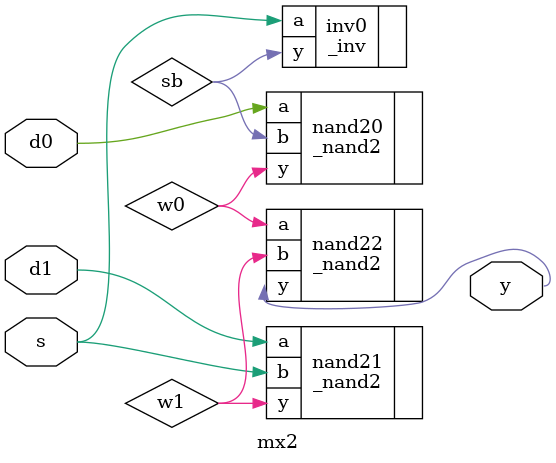
<source format=v>
module mx2(d0, d1, s, y);
	input d0, d1, s;
	output y;
	wire sb, w0, w1;
	
	_inv inv0(.a(s), .y(sb));		// inverting s
	_nand2 nand20(.a(d0), .b(sb), .y(w0));		// ~(d0 & ~s)
	_nand2 nand21(.a(d1), .b(s), .y(w1));		// ~(d1 & s)
	_nand2 nand22(.a(w0), .b(w1), .y(y));		// d0s' + d1s
	
endmodule

</source>
